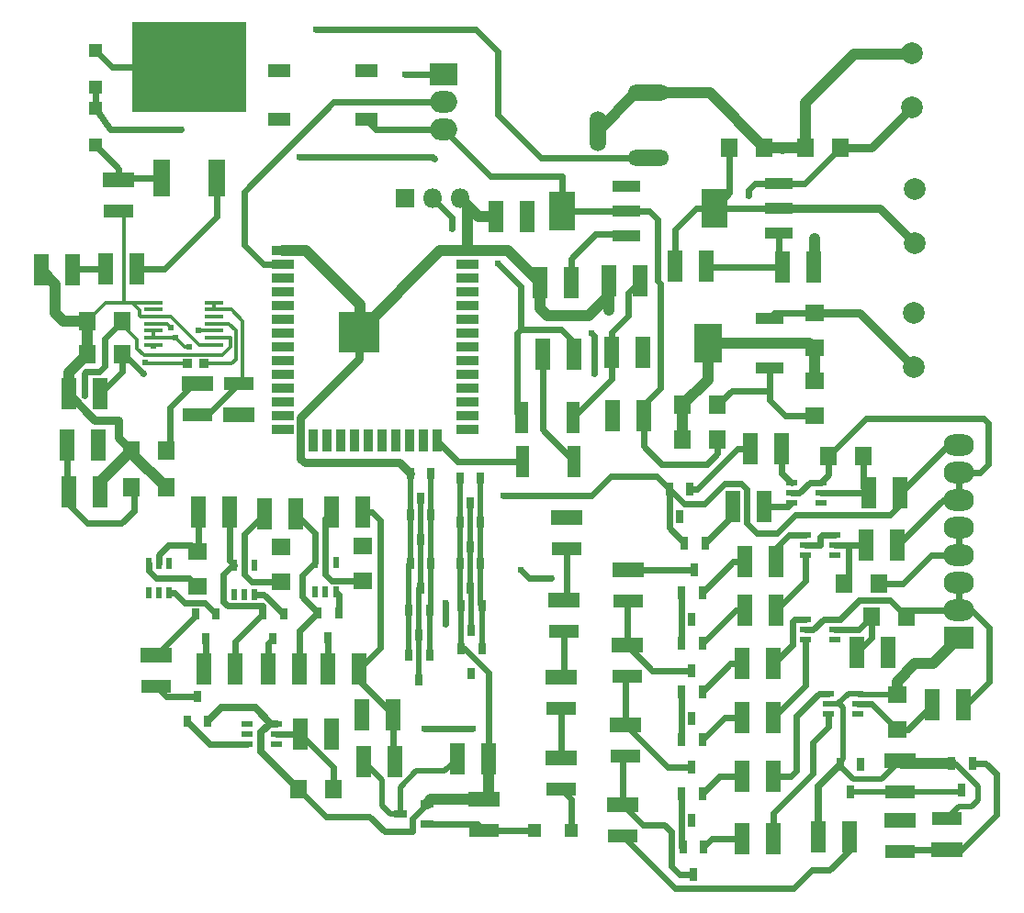
<source format=gtl>
G04 Layer: TopLayer*
G04 EasyEDA v6.5.50, 2025-05-11 21:30:58*
G04 57ce2a779753491496e961f97abc4982,bfcb7ea688f34dc99dffbe5811d057cf,10*
G04 Gerber Generator version 0.2*
G04 Scale: 100 percent, Rotated: No, Reflected: No *
G04 Dimensions in millimeters *
G04 leading zeros omitted , absolute positions ,4 integer and 5 decimal *
%FSLAX45Y45*%
%MOMM*%

%AMMACRO1*21,1,$1,$2,0,0,$3*%
%ADD10C,0.6000*%
%ADD11C,0.5000*%
%ADD12C,1.0000*%
%ADD13C,0.8000*%
%ADD14C,0.3000*%
%ADD15C,0.6500*%
%ADD16MACRO1,1.728X1.485X90.0000*%
%ADD17MACRO1,1.728X1.485X0.0000*%
%ADD18R,1.7280X1.4850*%
%ADD19MACRO1,1.728X1.485X-90.0000*%
%ADD20R,1.2500X3.0000*%
%ADD21R,1.3000X1.3000*%
%ADD22R,10.4900X8.3800*%
%ADD23R,1.5000X3.5040*%
%ADD24R,0.7000X1.2500*%
%ADD25R,1.2500X0.7000*%
%ADD26R,0.8000X1.0000*%
%ADD27MACRO1,2.808X1.2825X90.0000*%
%ADD28MACRO1,2.808X1.2825X-90.0000*%
%ADD29MACRO1,2.808X1.2825X0.0000*%
%ADD30R,2.8080X1.2825*%
%ADD31R,2.0000X1.2000*%
%ADD32R,2.0000X0.9000*%
%ADD33R,0.9000X2.0000*%
%ADD34R,3.7000X3.7000*%
%ADD35MACRO1,0.98X2.47X90.0000*%
%ADD36MACRO1,3.6X2.47X-90.0000*%
%ADD37MACRO1,3.6X2.34X-90.0000*%
%ADD38R,2.5000X1.1000*%
%ADD39R,1.1000X0.6000*%
%ADD40R,0.6000X1.1000*%
%ADD41R,1.7000X0.4000*%
%ADD42MACRO1,0.864X0.8065X-90.0000*%
%ADD43C,2.0000*%
%ADD44O,1.7999964X1.7999964*%
%ADD45R,1.8000X1.8000*%
%ADD46MACRO1,2.0015X2.4994X-90.0000*%
%ADD47O,2.4999949999999997X1.9999959999999999*%
%ADD48O,1.499997X3.6999926000000003*%
%ADD49O,3.7999924X1.499997*%
%ADD50R,2.8000X2.0000*%
%ADD51O,2.7999944X1.9999959999999999*%
%ADD52C,0.6150*%
%ADD53C,0.6200*%
%ADD54C,0.0132*%

%LPD*%
D10*
X2507988Y2908993D02*
G01*
X2407084Y3009900D01*
X2222500Y3009900D01*
X2128898Y3103501D01*
X2076201Y3103501D01*
X2336800Y3486657D02*
G01*
X2280158Y3543300D01*
X2070100Y3543300D01*
X1981200Y3454400D01*
X1981200Y3373498D01*
X2336800Y3486657D02*
G01*
X2345085Y3494935D01*
X2345085Y3848100D01*
X2395885Y2400300D02*
G01*
X2413000Y2417414D01*
X2413000Y2678998D01*
X3035300Y2678998D02*
G01*
X2992785Y2636484D01*
X2992785Y2400300D01*
X2863601Y3090801D02*
G01*
X2948482Y3090801D01*
X3130288Y2908993D01*
X2768600Y3360798D02*
G01*
X2768600Y3276600D01*
X2838958Y3206242D01*
X3111500Y3206242D01*
X2768600Y3360798D02*
G01*
X2768600Y3649322D01*
X2954685Y3835400D01*
X3612901Y3116201D02*
G01*
X3638288Y3090806D01*
X3638288Y2921693D01*
X3517900Y3386198D02*
G01*
X3517900Y3276600D01*
X3575558Y3218942D01*
X3860800Y3218942D01*
X3517900Y3386198D02*
G01*
X3517900Y3789022D01*
X3576985Y3848100D01*
X3538885Y2400300D02*
G01*
X3543300Y2404714D01*
X3543300Y2691698D01*
D11*
X3869085Y1549400D02*
G01*
X4038600Y1379877D01*
X4038600Y1143000D01*
X4114800Y1066800D01*
X4205734Y1066800D01*
X4959088Y2591493D02*
G01*
X4959088Y2985193D01*
X4851400Y3148898D02*
G01*
X4864100Y3136198D01*
X4864100Y2755198D01*
X4851400Y3529898D02*
G01*
X4851400Y3148898D01*
X4851400Y3936298D02*
G01*
X4851400Y3529898D01*
X4946388Y3378893D02*
G01*
X4946388Y3759893D01*
X4959088Y2985193D02*
G01*
X4946388Y2997893D01*
X4946388Y3378893D01*
X4476488Y2947093D02*
G01*
X4476488Y2527993D01*
X4489195Y3378962D02*
G01*
X4489195Y3244087D01*
X4489195Y2947162D01*
X4476495Y2947162D01*
X4489201Y4204388D02*
G01*
X4489201Y3823401D01*
X4394200Y3148898D02*
G01*
X4394200Y3593398D01*
X4381500Y2717037D02*
G01*
X4381500Y3148837D01*
X4394200Y3148837D01*
X4381500Y2297998D02*
G01*
X4381500Y2717098D01*
D12*
X4978400Y1198222D02*
G01*
X5020914Y1240736D01*
X5020914Y1574800D01*
D11*
X4732685Y1574800D02*
G01*
X4618385Y1460500D01*
X4356100Y1460500D01*
X4205734Y1310134D01*
X4205734Y1066800D01*
D10*
X5689600Y1290977D02*
G01*
X5783399Y1197180D01*
X5783399Y914400D01*
X5689600Y1579222D02*
G01*
X5689600Y2040277D01*
X5689600Y2328522D02*
G01*
X5715000Y2353922D01*
X5715000Y2751477D01*
X5715000Y3039722D02*
G01*
X5740400Y3065122D01*
X5740400Y3513477D01*
X6261100Y859177D02*
G01*
X6739285Y381000D01*
X7835900Y381000D01*
X8001000Y546100D01*
X8166100Y546100D01*
X8348314Y728322D01*
X8348314Y850900D01*
X6286500Y1595777D02*
G01*
X6261100Y1570377D01*
X6261100Y1147422D01*
X6299200Y2332377D02*
G01*
X6286500Y2319677D01*
X6286500Y1884022D01*
X6311900Y3030877D02*
G01*
X6299200Y3018177D01*
X6299200Y2620622D01*
X6261100Y1147422D02*
G01*
X6443314Y965200D01*
X6642100Y965200D01*
X6705600Y901700D01*
X6705600Y584200D01*
X6779765Y510034D01*
X6908800Y510034D01*
X6286500Y1884022D02*
G01*
X6669892Y1500634D01*
X6896100Y1500634D01*
X6299200Y2620622D02*
G01*
X6530192Y2389634D01*
X6896100Y2389634D01*
X6311900Y3319015D02*
G01*
X6921500Y3316734D01*
X8813800Y719477D02*
G01*
X8826500Y732177D01*
X9245600Y732177D01*
D11*
X9385300Y1284734D02*
G01*
X9366150Y1265577D01*
X8813800Y1265577D01*
X8356600Y1272034D02*
G01*
X8363049Y1265577D01*
X8813800Y1265577D01*
D12*
X8813800Y1553822D02*
G01*
X8832949Y1534665D01*
X9290298Y1534665D01*
X9359900Y2692400D02*
G01*
X9118600Y2451100D01*
X8953500Y2451100D01*
X8788400Y2286000D01*
X8788400Y2165857D01*
D10*
X9114185Y2070100D02*
G01*
X8891427Y1847342D01*
X8788400Y1847342D01*
X8428098Y2082800D02*
G01*
X8552941Y2082800D01*
X8788400Y1847342D01*
X8158101Y2177795D02*
G01*
X8070601Y2177795D01*
X7861300Y1968500D01*
X7861300Y1460500D01*
X7810500Y1409700D01*
X7649814Y1409700D01*
X7003801Y759965D02*
G01*
X7082022Y838200D01*
X7361585Y838200D01*
X6991101Y1255265D02*
G01*
X7145522Y1409700D01*
X7361585Y1409700D01*
X6991101Y1750565D02*
G01*
X7196322Y1955800D01*
X7361585Y1955800D01*
X6801098Y1750565D02*
G01*
X6801098Y2195065D01*
X6991101Y2195065D02*
G01*
X7247122Y2451100D01*
X7361585Y2451100D01*
X7649814Y1955800D02*
G01*
X7942201Y2248179D01*
X7942201Y2673604D01*
X7649814Y2451100D02*
G01*
X7823200Y2624477D01*
X7823200Y2844800D01*
X7842001Y2863595D01*
X7942201Y2863595D01*
X7942201Y2768600D02*
G01*
X8013700Y2768600D01*
X8108701Y2863595D01*
X8212198Y2863595D01*
X9359900Y3200400D02*
G01*
X9359900Y2946400D01*
X8871458Y2882900D02*
G01*
X8934958Y2946400D01*
X9359900Y2946400D01*
X8871458Y2882900D02*
G01*
X8719058Y3035300D01*
X8432800Y3035300D01*
X8261101Y2863595D01*
X8212198Y2863595D01*
X8415685Y2552700D02*
G01*
X8552941Y2689964D01*
X8552941Y2882900D01*
X8212198Y2768600D02*
G01*
X8438641Y2768600D01*
X8552941Y2882900D01*
X6991101Y2639565D02*
G01*
X7297922Y2946400D01*
X7386985Y2946400D01*
X6991101Y3109465D02*
G01*
X7272522Y3390900D01*
X7386985Y3390900D01*
X6801098Y2639565D02*
G01*
X6801098Y3109465D01*
X9359900Y3708400D02*
G01*
X9359900Y3454400D01*
X8617458Y3187700D02*
G01*
X8839200Y3187700D01*
X9105900Y3454400D01*
X9359900Y3454400D01*
X8792814Y3543300D02*
G01*
X9211914Y3962400D01*
X9359900Y3962400D01*
X8298941Y3187700D02*
G01*
X8342548Y3231306D01*
X8342548Y3543300D01*
X8504585Y3543300D02*
G01*
X8212198Y3543300D01*
X7675214Y2946400D02*
G01*
X7942201Y3213379D01*
X7942201Y3448304D01*
X7942201Y3638295D02*
G01*
X7791201Y3638295D01*
X7675214Y3522322D01*
X7675214Y3390900D01*
X8818214Y4025900D02*
G01*
X9262714Y4470400D01*
X9359900Y4470400D01*
X9359900Y3962400D02*
G01*
X9359900Y4216400D01*
X7016501Y3566665D02*
G01*
X7272685Y3822854D01*
X7272685Y3898900D01*
X7815201Y3930904D02*
G01*
X7783189Y3898900D01*
X7560914Y3898900D01*
X8085198Y4120895D02*
G01*
X8159241Y4194937D01*
X8159241Y4368800D01*
X8085198Y4025900D02*
G01*
X8529985Y4025900D01*
X8529985Y4025900D02*
G01*
X8477758Y4078119D01*
X8477758Y4368800D01*
X7815201Y4120895D02*
G01*
X7726014Y4210075D01*
X7726014Y4432300D01*
X1782315Y6096000D02*
G01*
X2032000Y6096000D01*
X2514600Y6578600D01*
X2514600Y6931657D01*
X1645157Y5613400D02*
G01*
X1485900Y5454142D01*
X1485900Y5194300D01*
X1435100Y5143500D01*
X1308100Y5143500D01*
X1295400Y5130800D01*
X1295400Y4927600D01*
X1439514Y4940300D02*
G01*
X1645157Y5145935D01*
X1645157Y5308600D01*
X1151285Y4038600D02*
G01*
X1138585Y4051300D01*
X1138585Y4470400D01*
X1733042Y4076700D02*
G01*
X1752600Y4057142D01*
X1752600Y3860800D01*
X1638300Y3746500D01*
X1320800Y3746500D01*
X1151285Y3916022D01*
X1151285Y4038600D01*
D12*
X2051558Y4076700D02*
G01*
X1733042Y4395215D01*
X1733042Y4419600D01*
X1733042Y4419600D02*
G01*
X1439514Y4126080D01*
X1439514Y4038600D01*
X1326642Y5308600D02*
G01*
X1151285Y5133235D01*
X1151285Y4940300D01*
X897285Y6083300D02*
G01*
X1028700Y5951877D01*
X1028700Y5689600D01*
X1104900Y5613400D01*
X1326642Y5613400D01*
D10*
X1185514Y6083300D02*
G01*
X1198214Y6096000D01*
X1494185Y6096000D01*
X2717800Y5033622D02*
G01*
X2429558Y4745377D01*
X2336800Y4745377D01*
X1841500Y5130800D02*
G01*
X1663700Y5308600D01*
X1645157Y5308600D01*
X1397000Y7574023D02*
G01*
X1536700Y7378700D01*
X2184400Y7378700D01*
X4521200Y7112000D02*
G01*
X4508500Y7124700D01*
X3276600Y7124700D01*
X6291386Y6629400D02*
G01*
X5697413Y6629400D01*
X1397000Y7574104D02*
G01*
X1397000Y7767495D01*
X1397000Y8107504D02*
G01*
X1551645Y7952854D01*
X2260625Y7952854D01*
X5321300Y5702300D02*
G01*
X5321300Y5537200D01*
X5105400Y6146800D02*
G01*
X5321300Y5930900D01*
X5321300Y5702300D01*
X4508500Y6743700D02*
G01*
X4686300Y6565900D01*
X4686300Y6464300D01*
X5325021Y4724400D02*
G01*
X5283200Y4766221D01*
X5283200Y5499100D01*
X5321300Y5537200D01*
X5689600Y5537200D01*
X5808314Y5418477D01*
X5808314Y5308600D01*
X4546600Y4509300D02*
G01*
X4737905Y4318000D01*
X5337721Y4318000D01*
X5812878Y4318000D02*
G01*
X5520085Y4610801D01*
X5520085Y5308600D01*
X5969000Y5499100D02*
G01*
X5994400Y5473700D01*
X5994400Y5130800D01*
D12*
X5494685Y5969000D02*
G01*
X5499100Y5964577D01*
X5499100Y5727700D01*
X5562600Y5664200D01*
X5943600Y5664200D01*
X6129685Y5850277D01*
X6129685Y5981700D01*
X5494685Y5969000D02*
G01*
X5203377Y6260299D01*
X4825105Y6260299D01*
X4762500Y6743700D02*
G01*
X4825105Y6681086D01*
X4825105Y6260299D01*
D10*
X4254500Y7886700D02*
G01*
X4610100Y7886700D01*
X3125094Y6133299D02*
G01*
X2947205Y6133299D01*
X2768600Y6311900D01*
X2768600Y6807200D01*
X3594100Y7632700D01*
X4610100Y7632700D01*
D12*
X4825105Y6260299D02*
G01*
X4575101Y6260299D01*
X3825118Y5510311D01*
X3125215Y6260337D02*
G01*
X3340856Y6260337D01*
X3835400Y5765800D01*
X3835400Y5510273D01*
X3825242Y5510273D01*
D10*
X3892499Y7471209D02*
G01*
X3985008Y7378700D01*
X4610100Y7378700D01*
D12*
X6134100Y5715000D02*
G01*
X6129685Y5719414D01*
X6129685Y5981700D01*
X6813041Y4838700D02*
G01*
X7044408Y5070066D01*
X7044408Y5410200D01*
D10*
X7131558Y4838700D02*
G01*
X7262850Y4969984D01*
X7611391Y4969984D01*
D12*
X6813041Y4521200D02*
G01*
X6813041Y4838700D01*
D10*
X6456014Y4737100D02*
G01*
X6451600Y4732677D01*
X6451600Y4457700D01*
X6616700Y4292600D01*
X7035800Y4292600D01*
X7131558Y4388357D01*
X7131558Y4521200D01*
X6291386Y6629400D02*
G01*
X6502400Y6629400D01*
X6578600Y6553200D01*
X6578600Y5981700D01*
X6604000Y5956300D01*
X6604000Y4991100D01*
X6456014Y4843122D01*
X6456014Y4737100D01*
X5800178Y4724400D02*
G01*
X6155085Y5079298D01*
X6155085Y5321300D01*
X6417914Y5981700D02*
G01*
X6311900Y5875677D01*
X6311900Y5664200D01*
X6155085Y5507377D01*
X6155085Y5321300D01*
X6291386Y6399405D02*
G01*
X6277297Y6413500D01*
X6007100Y6413500D01*
X5782914Y6189322D01*
X5782914Y5969000D01*
D12*
X7563358Y7213600D02*
G01*
X7060184Y7716776D01*
X6493631Y7716776D01*
X6028568Y7366762D02*
G01*
X6378575Y7716776D01*
X6493631Y7716776D01*
D10*
X7701023Y6884670D02*
G01*
X7481564Y6884670D01*
X7416800Y6819900D01*
X7416800Y6769100D01*
X8026400Y4742942D02*
G01*
X8020558Y4737100D01*
X7759700Y4737100D01*
X7611391Y4885413D01*
X7611391Y5180205D01*
D12*
X8026400Y5365242D02*
G01*
X7981441Y5410200D01*
X7611391Y5410200D01*
X7044408Y5410200D02*
G01*
X7611391Y5410200D01*
D10*
X7611391Y5640194D02*
G01*
X7654950Y5683757D01*
X8026400Y5683757D01*
X7701086Y6884794D02*
G01*
X7933060Y6884794D01*
X8261858Y7213600D01*
D12*
X7734300Y7200900D02*
G01*
X7747000Y7213600D01*
X7943341Y7213600D01*
X7563358Y7213600D02*
G01*
X7721600Y7213600D01*
X7734300Y7200900D01*
D10*
X7107113Y6654800D02*
G01*
X7244841Y6792534D01*
X7244841Y7213600D01*
X7107113Y6654800D02*
G01*
X7701086Y6654800D01*
X7729885Y6108700D02*
G01*
X7701086Y6137490D01*
X7701086Y6424805D01*
X7027514Y6121400D02*
G01*
X7040214Y6108700D01*
X7729885Y6108700D01*
X6739384Y6121400D02*
G01*
X6739384Y6459984D01*
X6934200Y6654800D01*
X7107176Y6654800D01*
X4610100Y7378700D02*
G01*
X5041900Y6946900D01*
X5697413Y6946900D01*
X5697413Y6629400D01*
D12*
X4762500Y6743700D02*
G01*
X4927600Y6578600D01*
X5088285Y6578600D01*
D10*
X1955800Y2531722D02*
G01*
X2317998Y2893926D01*
X2317998Y2909013D01*
X1955800Y2243477D02*
G01*
X2052266Y2147013D01*
X2336800Y2147013D01*
X2241798Y1916986D02*
G01*
X2450393Y1708404D01*
X2798701Y1708404D01*
X3284885Y1803400D02*
G01*
X3588258Y1500019D01*
X3588258Y1295400D01*
X3284885Y1803400D02*
G01*
X3068698Y1803400D01*
X4425950Y1854200D02*
G01*
X4870450Y1854200D01*
D12*
X8026400Y5061457D02*
G01*
X8026400Y5365242D01*
D10*
X6876795Y4061968D02*
G01*
X6944868Y4061968D01*
X7315200Y4432300D01*
X7437881Y4432300D01*
X6686804Y4061968D02*
G01*
X6570472Y4178300D01*
X6146800Y4178300D01*
X5969000Y4000500D01*
X5156200Y4000500D01*
X6686804Y4061968D02*
G01*
X6686804Y3706360D01*
X6826498Y3566665D01*
X6686804Y4061968D02*
G01*
X6824472Y3924300D01*
X7010400Y3924300D01*
X7200900Y4114800D01*
X7353300Y4114800D01*
X7404100Y4064000D01*
X7404100Y3746500D01*
X7404100Y3746500D02*
G01*
X7493000Y3657600D01*
X7683500Y3657600D01*
X7848600Y3822700D01*
X8724900Y3822700D01*
X8818115Y3915915D01*
X8818115Y4025900D01*
X4157314Y1549400D02*
G01*
X4144614Y1562100D01*
X4144614Y1981200D01*
X4144614Y1981200D02*
G01*
X3827114Y2298700D01*
X3827114Y2400300D01*
X3827114Y2400300D02*
G01*
X4025900Y2599077D01*
X4025900Y3771900D01*
X3949700Y3848100D01*
X3865214Y3848100D01*
X9359900Y2946400D02*
G01*
X9474200Y2946400D01*
X9639300Y2781300D01*
X9639300Y2286000D01*
X9423400Y2070100D01*
X9402414Y2070100D01*
X6801098Y1255265D02*
G01*
X6801098Y759965D01*
X6813798Y759965D01*
X2336800Y3168142D02*
G01*
X2266441Y3238500D01*
X1955800Y3238500D01*
X1886198Y3308095D01*
X1886198Y3373498D01*
X4622800Y3009900D02*
G01*
X4622800Y2819400D01*
X2940304Y2909062D02*
G01*
X2940304Y2984500D01*
X2616200Y2984500D01*
X2578100Y3022600D01*
X2578100Y3276600D01*
X2667000Y3365500D01*
X2673604Y3360673D01*
X2940298Y2908993D02*
G01*
X2684114Y2652819D01*
X2684114Y2400300D01*
X2667000Y3365500D02*
G01*
X2633314Y3399185D01*
X2633314Y3848100D01*
X7815201Y4025900D02*
G01*
X7886700Y4025900D01*
X7981701Y4120895D01*
X8085198Y4120895D01*
X3448298Y2921762D02*
G01*
X3302000Y3068065D01*
X3302000Y3263900D01*
X3422898Y3386076D01*
X5321300Y3314700D02*
G01*
X5397500Y3238500D01*
X5600700Y3238500D01*
X3242914Y3835400D02*
G01*
X3422898Y3655418D01*
X3422898Y3386198D01*
X3448298Y2921693D02*
G01*
X3281014Y2754419D01*
X3281014Y2400300D01*
X5443400Y914400D02*
G01*
X5438973Y909977D01*
X4978400Y909977D01*
X4978400Y909977D02*
G01*
X4916573Y971804D01*
X4455665Y971804D01*
X2051558Y4419600D02*
G01*
X2082800Y4450842D01*
X2082800Y4813300D01*
X2303114Y5033622D01*
X2336800Y5033622D01*
D12*
X1326642Y5613400D02*
G01*
X1326642Y5308600D01*
X7943341Y7213600D02*
G01*
X7943341Y7625842D01*
X8394700Y8077200D01*
X8918956Y8077200D01*
X8928100Y8086344D01*
D13*
X8261858Y7213600D02*
G01*
X8556243Y7213600D01*
X8928100Y7585455D01*
D12*
X8026400Y6375400D02*
G01*
X8026400Y6108700D01*
X8018015Y6108700D01*
D13*
X7701102Y6654800D02*
G01*
X8626856Y6654800D01*
X8953500Y6328155D01*
X8026400Y5683757D02*
G01*
X8442197Y5683757D01*
X8940800Y5185155D01*
D10*
X8159241Y4368800D02*
G01*
X8502141Y4711700D01*
X9588500Y4711700D01*
X9626600Y4673600D01*
X9626600Y4292600D01*
X9550400Y4216400D01*
X9359900Y4216400D01*
D14*
X1854200Y5232400D02*
G01*
X1866900Y5219700D01*
X2248768Y5219700D01*
X1622805Y5600700D02*
G01*
X1780794Y5442457D01*
X1780794Y5359400D01*
X1844294Y5295900D01*
X2565400Y5295900D01*
X2641600Y5372100D01*
X2641600Y5461000D01*
X2476500Y5461000D01*
X2133600Y5461000D02*
G01*
X2222500Y5372100D01*
X2263520Y5372100D01*
X2133600Y5461000D02*
G01*
X2130597Y5458005D01*
X1929792Y5458005D01*
X1929792Y5522998D02*
G01*
X1929792Y5458005D01*
X2717800Y5033515D02*
G01*
X2755900Y5071615D01*
X2755900Y5613400D01*
X2651249Y5718050D01*
X2489708Y5718050D01*
X2489807Y5588000D02*
G01*
X2628900Y5588000D01*
X2692400Y5524500D01*
X2692400Y5257800D01*
X2654300Y5219700D01*
X2399431Y5219700D01*
X2095500Y5549900D02*
G01*
X2057400Y5588000D01*
X1929792Y5588000D01*
D10*
X7649718Y838200D02*
G01*
X7649718Y1071118D01*
X8013700Y1435100D01*
X8013700Y1727200D01*
X8158225Y1871726D01*
X8158225Y1987804D01*
X9480295Y1534668D02*
G01*
X9603231Y1534668D01*
X9702800Y1435100D01*
X9702800Y1054100D01*
X9380981Y732281D01*
X9245600Y732281D01*
D14*
X2489807Y5782995D02*
G01*
X2489807Y5717994D01*
X2349500Y5524500D02*
G01*
X2489708Y5522973D01*
D10*
X8077200Y3543300D02*
G01*
X7942201Y3543300D01*
D11*
X4489188Y3823393D02*
G01*
X4489188Y3378893D01*
X4394200Y3593398D02*
G01*
X4394200Y3974386D01*
X4946388Y4166293D02*
G01*
X4946388Y3759893D01*
D10*
X6493507Y7116823D02*
G01*
X5506976Y7116823D01*
X5105400Y7518400D01*
X5105400Y8102600D01*
X4902200Y8305800D01*
X3429000Y8305800D01*
X1612900Y6913222D02*
G01*
X1631231Y6931545D01*
X2006600Y6931545D01*
X1397000Y7234095D02*
G01*
X1612900Y7018195D01*
X1612900Y6913222D01*
X8212074Y3638295D02*
G01*
X8095995Y3638295D01*
X8077200Y3619500D01*
X8077200Y3543300D01*
D14*
X2489708Y5392930D02*
G01*
X2354077Y5392930D01*
X2093973Y5653026D01*
X1929892Y5653026D01*
X1929792Y5782995D02*
G01*
X1925289Y5778500D01*
X1716272Y5778500D01*
X1326642Y5613400D02*
G01*
X1491742Y5778500D01*
X1739900Y5778500D01*
X1803400Y5715000D01*
X1803400Y5664200D01*
X1814598Y5653001D01*
X1929792Y5653001D01*
X1612900Y6624977D02*
G01*
X1657052Y6580825D01*
X1657052Y5778500D01*
D13*
X1733042Y4419600D02*
G01*
X1612900Y4539742D01*
X1612900Y4699000D01*
X1392684Y4699000D01*
X1151384Y4940300D01*
D11*
X4769098Y2985193D02*
G01*
X4769098Y2591493D01*
X4769098Y2985193D02*
G01*
X4756398Y2997893D01*
X4756398Y3378893D01*
X4756398Y3378893D02*
G01*
X4756398Y3759893D01*
X4756398Y4166293D02*
G01*
X4756398Y3759893D01*
X4299198Y3378893D02*
G01*
X4286498Y3366193D01*
X4286498Y2947093D01*
X4286498Y2947093D02*
G01*
X4286498Y2527993D01*
X4299198Y3823393D02*
G01*
X4299198Y3378893D01*
X4299198Y4204388D02*
G01*
X4299198Y3823401D01*
X8158101Y2082800D02*
G01*
X8242300Y2082800D01*
X8337301Y2177795D01*
X8428098Y2177795D01*
X8158225Y2082800D02*
G01*
X8255000Y2082800D01*
X8293100Y2044700D01*
X8293100Y1574800D01*
X8261604Y1543304D01*
X8261604Y1521968D01*
X8428098Y2177795D02*
G01*
X8440044Y2165857D01*
X8788400Y2165857D01*
X8813800Y1553822D02*
G01*
X8644285Y1384300D01*
X8382000Y1384300D01*
X8261598Y1504695D01*
X8261598Y1521965D01*
D15*
X8261598Y1521965D02*
G01*
X8060085Y1320446D01*
X8060085Y850900D01*
D11*
X9245600Y1020315D02*
G01*
X9355584Y1130300D01*
X9474200Y1130300D01*
X9537700Y1193800D01*
X9537700Y1320800D01*
X9323834Y1534665D01*
X9290298Y1534665D01*
D15*
X2431801Y1916986D02*
G01*
X2559509Y2044700D01*
X2870200Y2044700D01*
X3016498Y1898395D01*
X3068698Y1898395D01*
D13*
X4299198Y4204393D02*
G01*
X4198292Y4305300D01*
X3327400Y4305300D01*
X3289300Y4343400D01*
X3289300Y4724400D01*
X3825118Y5260212D01*
X3825118Y5510311D01*
D10*
X4769104Y2591562D02*
G01*
X4799838Y2591562D01*
X4949190Y2442210D01*
X5020818Y2370581D01*
X5020818Y1574800D01*
D15*
X3068698Y1898395D02*
G01*
X3003301Y1898395D01*
X2921000Y1816100D01*
X2921000Y1644142D01*
X3269741Y1295400D01*
D12*
X4455665Y1161795D02*
G01*
X4492091Y1198222D01*
X4978400Y1198222D01*
D10*
X4455668Y1161795D02*
G01*
X4318000Y1024128D01*
X4318000Y901700D01*
X4064000Y901700D01*
X3924300Y1041400D01*
X3523741Y1041400D01*
X3269741Y1295400D01*
D16*
G01*
X7131550Y4521200D03*
G01*
X6813049Y4521200D03*
G01*
X7131550Y4838700D03*
G01*
X6813049Y4838700D03*
D17*
G01*
X8026400Y4742949D03*
D18*
G01*
X8026400Y5061457D03*
D17*
G01*
X8026400Y5365249D03*
D18*
G01*
X8026400Y5683757D03*
D16*
G01*
X8261850Y7213600D03*
G01*
X7943349Y7213600D03*
D19*
G01*
X7244849Y7213600D03*
G01*
X7563350Y7213600D03*
G01*
X8159249Y4368800D03*
G01*
X8477750Y4368800D03*
D16*
G01*
X8617450Y3187700D03*
G01*
X8298949Y3187700D03*
G01*
X8871450Y2882900D03*
G01*
X8552949Y2882900D03*
D17*
G01*
X8788400Y2165850D03*
D18*
G01*
X8788400Y1847342D03*
D16*
G01*
X3588250Y1295400D03*
G01*
X3269749Y1295400D03*
D17*
G01*
X2336800Y3486650D03*
D18*
G01*
X2336800Y3168142D03*
D17*
G01*
X3111500Y3206249D03*
D18*
G01*
X3111500Y3524757D03*
D17*
G01*
X3860800Y3218949D03*
D18*
G01*
X3860800Y3537457D03*
D16*
G01*
X2051550Y4419600D03*
G01*
X1733049Y4419600D03*
G01*
X1645150Y5613400D03*
G01*
X1326649Y5613400D03*
G01*
X1645150Y5308600D03*
G01*
X1326649Y5308600D03*
G01*
X2051550Y4076700D03*
G01*
X1733049Y4076700D03*
D20*
G01*
X5800166Y4724400D03*
G01*
X5325008Y4724400D03*
G01*
X5337733Y4318000D03*
G01*
X5812891Y4318000D03*
D21*
G01*
X1397000Y7234097D03*
G01*
X1397000Y7574102D03*
G01*
X5783402Y914400D03*
G01*
X5443397Y914400D03*
G01*
X1397000Y8107502D03*
G01*
X1397000Y7767497D03*
D22*
G01*
X2260625Y7952867D03*
D23*
G01*
X2514600Y6931558D03*
G01*
X2006600Y6931558D03*
D24*
G01*
X6991095Y1750568D03*
G01*
X6801104Y1750568D03*
G01*
X6896100Y1500631D03*
G01*
X6991095Y2639568D03*
G01*
X6801104Y2639568D03*
G01*
X6896100Y2389631D03*
G01*
X7016495Y3566668D03*
G01*
X6826504Y3566668D03*
G01*
X6921500Y3316731D03*
G01*
X7003795Y759968D03*
G01*
X6813804Y759968D03*
G01*
X6908800Y510031D03*
G01*
X6876795Y4061968D03*
G01*
X6686804Y4061968D03*
G01*
X6781800Y3812031D03*
G01*
X6991095Y3109468D03*
G01*
X6801104Y3109468D03*
G01*
X6896100Y2859531D03*
G01*
X6991095Y2195068D03*
G01*
X6801104Y2195068D03*
G01*
X6896100Y1945131D03*
G01*
X6991095Y1255268D03*
G01*
X6801104Y1255268D03*
G01*
X6896100Y1005331D03*
G01*
X8356600Y1272031D03*
G01*
X8261604Y1521968D03*
G01*
X8451595Y1521968D03*
G01*
X9385300Y1284731D03*
G01*
X9290304Y1534668D03*
G01*
X9480295Y1534668D03*
D25*
G01*
X4205731Y1066800D03*
G01*
X4455668Y1161795D03*
G01*
X4455668Y971804D03*
D26*
G01*
X2431795Y1916988D03*
G01*
X2336800Y2147011D03*
G01*
X2241804Y1916988D03*
G01*
X2318004Y2909011D03*
G01*
X2413000Y2678988D03*
G01*
X2507995Y2908985D03*
G01*
X2940304Y2909011D03*
G01*
X3035300Y2678988D03*
G01*
X3130295Y2908985D03*
G01*
X3448304Y2921711D03*
G01*
X3543300Y2691688D03*
G01*
X3638295Y2921685D03*
G01*
X4299204Y4204411D03*
G01*
X4394200Y3974388D03*
G01*
X4489195Y4204385D03*
G01*
X4299204Y3823411D03*
G01*
X4394200Y3593388D03*
G01*
X4489195Y3823385D03*
G01*
X4299204Y3378911D03*
G01*
X4394200Y3148888D03*
G01*
X4489195Y3378885D03*
G01*
X4286504Y2947111D03*
G01*
X4381500Y2717088D03*
G01*
X4476495Y2947085D03*
G01*
X4286504Y2528011D03*
G01*
X4381500Y2297988D03*
G01*
X4476495Y2527985D03*
G01*
X4756404Y4166311D03*
G01*
X4851400Y3936288D03*
G01*
X4946395Y4166285D03*
G01*
X4756404Y3759911D03*
G01*
X4851400Y3529888D03*
G01*
X4946395Y3759885D03*
G01*
X4756404Y3378911D03*
G01*
X4851400Y3148888D03*
G01*
X4946395Y3378885D03*
G01*
X4769104Y2985211D03*
G01*
X4864100Y2755188D03*
G01*
X4959095Y2985185D03*
G01*
X4769104Y2591511D03*
G01*
X4864100Y2361488D03*
G01*
X4959095Y2591485D03*
D27*
G01*
X6456025Y4737100D03*
G01*
X6167774Y4737100D03*
G01*
X5782925Y5969000D03*
G01*
X5494674Y5969000D03*
G01*
X6443325Y5321300D03*
G01*
X6155074Y5321300D03*
G01*
X5376525Y6578600D03*
G01*
X5088274Y6578600D03*
G01*
X5808325Y5308600D03*
G01*
X5520074Y5308600D03*
G01*
X6417925Y5981700D03*
G01*
X6129674Y5981700D03*
D28*
G01*
X7729874Y6108700D03*
G01*
X8018125Y6108700D03*
G01*
X6739274Y6121400D03*
G01*
X7027525Y6121400D03*
D27*
G01*
X8818225Y4025900D03*
G01*
X8529974Y4025900D03*
G01*
X8792825Y3543300D03*
G01*
X8504574Y3543300D03*
G01*
X8703925Y2552700D03*
G01*
X8415674Y2552700D03*
G01*
X9402425Y2070100D03*
G01*
X9114174Y2070100D03*
G01*
X7560925Y3898900D03*
G01*
X7272674Y3898900D03*
G01*
X7675225Y2946400D03*
G01*
X7386974Y2946400D03*
G01*
X7649825Y1955800D03*
G01*
X7361574Y1955800D03*
G01*
X7649825Y838200D03*
G01*
X7361574Y838200D03*
G01*
X7649825Y1409700D03*
G01*
X7361574Y1409700D03*
G01*
X7649825Y2451100D03*
G01*
X7361574Y2451100D03*
G01*
X7675225Y3390900D03*
G01*
X7386974Y3390900D03*
G01*
X7726025Y4432300D03*
G01*
X7437774Y4432300D03*
D29*
G01*
X5740400Y3801725D03*
D30*
G01*
X5740400Y3513480D03*
D29*
G01*
X6311900Y3319125D03*
D30*
G01*
X6311900Y3030880D03*
D29*
G01*
X5715000Y3039725D03*
D30*
G01*
X5715000Y2751480D03*
D29*
G01*
X6299200Y2620625D03*
D30*
G01*
X6299200Y2332380D03*
D29*
G01*
X5689600Y2328525D03*
D30*
G01*
X5689600Y2040280D03*
D29*
G01*
X6286500Y1884025D03*
D30*
G01*
X6286500Y1595780D03*
D29*
G01*
X5689600Y1579225D03*
D30*
G01*
X5689600Y1290980D03*
D29*
G01*
X6261100Y1147425D03*
D30*
G01*
X6261100Y859180D03*
D27*
G01*
X8348325Y850900D03*
G01*
X8060074Y850900D03*
D29*
G01*
X8813800Y1553825D03*
D30*
G01*
X8813800Y1265580D03*
D29*
G01*
X9245600Y732174D03*
D30*
G01*
X9245600Y1020419D03*
D29*
G01*
X8813800Y1007725D03*
D30*
G01*
X8813800Y719480D03*
D27*
G01*
X3865225Y3848100D03*
G01*
X3576974Y3848100D03*
G01*
X3242925Y3835400D03*
G01*
X2954674Y3835400D03*
G01*
X2633325Y3848100D03*
G01*
X2345074Y3848100D03*
G01*
X3573125Y1803400D03*
G01*
X3284874Y1803400D03*
G01*
X3827125Y2400300D03*
G01*
X3538874Y2400300D03*
G01*
X3281025Y2400300D03*
G01*
X2992774Y2400300D03*
G01*
X2684125Y2400300D03*
G01*
X2395874Y2400300D03*
D29*
G01*
X1955800Y2531725D03*
D30*
G01*
X1955800Y2243480D03*
D29*
G01*
X4978400Y1198225D03*
D30*
G01*
X4978400Y909980D03*
D27*
G01*
X5020925Y1574800D03*
G01*
X4732674Y1574800D03*
G01*
X4157325Y1549400D03*
G01*
X3869074Y1549400D03*
G01*
X4144625Y1981200D03*
G01*
X3856374Y1981200D03*
D29*
G01*
X2717800Y4745374D03*
D30*
G01*
X2717800Y5033619D03*
D29*
G01*
X2336800Y5033625D03*
D30*
G01*
X2336800Y4745380D03*
D27*
G01*
X1782425Y6096000D03*
G01*
X1494174Y6096000D03*
G01*
X1185525Y6083300D03*
G01*
X897274Y6083300D03*
G01*
X1426825Y4470400D03*
G01*
X1138574Y4470400D03*
G01*
X1439525Y4940300D03*
G01*
X1151274Y4940300D03*
G01*
X1439525Y4038600D03*
G01*
X1151274Y4038600D03*
D29*
G01*
X1612900Y6913225D03*
D30*
G01*
X1612900Y6624980D03*
D31*
G01*
X3892499Y7921193D03*
G01*
X3892499Y7471206D03*
G01*
X3092500Y7471206D03*
G01*
X3092500Y7921193D03*
D32*
G01*
X4825111Y6260312D03*
G01*
X4825111Y6133312D03*
G01*
X4825111Y6006312D03*
G01*
X4825111Y5879312D03*
G01*
X4825111Y5752312D03*
G01*
X4825111Y5625312D03*
G01*
X4825111Y5498312D03*
G01*
X4825111Y5371312D03*
G01*
X4825111Y5244312D03*
G01*
X4825111Y5117312D03*
G01*
X4825111Y4990312D03*
G01*
X4825111Y4863312D03*
G01*
X4825111Y4736312D03*
G01*
X4825111Y4609312D03*
D33*
G01*
X4546600Y4509287D03*
G01*
X4419600Y4509287D03*
G01*
X4292600Y4509287D03*
G01*
X4165600Y4509287D03*
G01*
X4038600Y4509287D03*
G01*
X3911600Y4509287D03*
G01*
X3784600Y4509287D03*
G01*
X3657600Y4509287D03*
G01*
X3530600Y4509287D03*
G01*
X3403600Y4509287D03*
D32*
G01*
X3125088Y4609312D03*
G01*
X3125088Y4736312D03*
G01*
X3125088Y4863312D03*
G01*
X3125088Y4990312D03*
G01*
X3125088Y5117312D03*
G01*
X3125088Y5244312D03*
G01*
X3125088Y5371312D03*
G01*
X3125088Y5498312D03*
G01*
X3125088Y5625312D03*
G01*
X3125088Y5752312D03*
G01*
X3125088Y5879312D03*
G01*
X3125088Y6006312D03*
G01*
X3125088Y6133312D03*
G01*
X3125088Y6260312D03*
D34*
G01*
X3825113Y5510301D03*
D35*
G01*
X7611399Y5180199D03*
G01*
X7611399Y5410200D03*
G01*
X7611399Y5640200D03*
D36*
G01*
X7044400Y5410200D03*
D37*
G01*
X7107105Y6654800D03*
D38*
G01*
X7701102Y6884796D03*
G01*
X7701102Y6654800D03*
G01*
X7701102Y6424803D03*
D37*
G01*
X5697405Y6629400D03*
D38*
G01*
X6291402Y6859396D03*
G01*
X6291402Y6629400D03*
G01*
X6291402Y6399403D03*
D39*
G01*
X8158099Y1987804D03*
G01*
X8158099Y2082800D03*
G01*
X8158099Y2177795D03*
G01*
X8428100Y2177795D03*
G01*
X8428100Y2082800D03*
G01*
X8428100Y1987804D03*
G01*
X7942199Y2673604D03*
G01*
X7942199Y2768600D03*
G01*
X7942199Y2863595D03*
G01*
X8212200Y2863595D03*
G01*
X8212200Y2768600D03*
G01*
X8212200Y2673604D03*
G01*
X7942199Y3448304D03*
G01*
X7942199Y3543300D03*
G01*
X7942199Y3638295D03*
G01*
X8212200Y3638295D03*
G01*
X8212200Y3543300D03*
G01*
X8212200Y3448304D03*
G01*
X7815199Y3930904D03*
G01*
X7815199Y4025900D03*
G01*
X7815199Y4120895D03*
G01*
X8085200Y4120895D03*
G01*
X8085200Y4025900D03*
G01*
X8085200Y3930904D03*
D40*
G01*
X3422904Y3386201D03*
G01*
X3517900Y3386201D03*
G01*
X3612895Y3386201D03*
G01*
X3612895Y3116198D03*
G01*
X3517900Y3116198D03*
G01*
X3422904Y3116198D03*
G01*
X2673604Y3360801D03*
G01*
X2768600Y3360801D03*
G01*
X2863595Y3360801D03*
G01*
X2863595Y3090798D03*
G01*
X2768600Y3090798D03*
G01*
X2673604Y3090798D03*
G01*
X1886204Y3373501D03*
G01*
X1981200Y3373501D03*
G01*
X2076195Y3373501D03*
G01*
X2076195Y3103498D03*
G01*
X1981200Y3103498D03*
G01*
X1886204Y3103498D03*
D39*
G01*
X3068700Y1898395D03*
G01*
X3068700Y1803400D03*
G01*
X3068700Y1708404D03*
G01*
X2798699Y1708404D03*
G01*
X2798699Y1803400D03*
G01*
X2798699Y1898395D03*
D41*
G01*
X1929790Y5782995D03*
G01*
X1929790Y5717997D03*
G01*
X1929790Y5652998D03*
G01*
X1929790Y5588000D03*
G01*
X1929790Y5523001D03*
G01*
X1929790Y5458002D03*
G01*
X1929790Y5393004D03*
G01*
X2489809Y5393004D03*
G01*
X2489809Y5458002D03*
G01*
X2489809Y5523001D03*
G01*
X2489809Y5588000D03*
G01*
X2489809Y5652998D03*
G01*
X2489809Y5717997D03*
G01*
X2489809Y5782995D03*
D42*
G01*
X2248775Y5219700D03*
G01*
X2399424Y5219700D03*
D43*
G01*
X8940800Y5185155D03*
G01*
X8940800Y5686044D03*
G01*
X8953500Y6328155D03*
G01*
X8953500Y6829044D03*
G01*
X8928100Y7585455D03*
G01*
X8928100Y8086344D03*
D44*
G01*
X4762500Y6743700D03*
G01*
X4508500Y6743700D03*
D45*
G01*
X4254500Y6743700D03*
D46*
G01*
X4610100Y7886700D03*
D47*
G01*
X4610100Y7378700D03*
G01*
X4610100Y7632700D03*
D48*
G01*
X6028563Y7366762D03*
D49*
G01*
X6493636Y7716773D03*
G01*
X6493636Y7116826D03*
D50*
G01*
X9359900Y2692400D03*
D51*
G01*
X9359900Y2946400D03*
G01*
X9359900Y3200400D03*
G01*
X9359900Y3454400D03*
G01*
X9359900Y3708400D03*
G01*
X9359900Y3962400D03*
G01*
X9359900Y4216400D03*
G01*
X9359900Y4470400D03*
D52*
G01*
X8026400Y6375400D03*
G01*
X7734300Y7200900D03*
G01*
X7416800Y6769100D03*
G01*
X6134100Y5715000D03*
G01*
X7611389Y5180203D03*
G01*
X7044410Y5410200D03*
G01*
X4254500Y7886700D03*
G01*
X3092500Y7921193D03*
G01*
X6443319Y5321300D03*
G01*
X6167780Y4737100D03*
G01*
X5994400Y5130800D03*
G01*
X5969000Y5499100D03*
G01*
X5782919Y5969000D03*
G01*
X4686300Y6464300D03*
G01*
X5105400Y6146800D03*
G01*
X3125215Y6260337D03*
G01*
X1612900Y6624980D03*
G01*
X6291402Y6859396D03*
G01*
X3429000Y8305800D03*
G01*
X2006600Y6931533D03*
G01*
X4521200Y7112000D03*
G01*
X3276600Y7124700D03*
G01*
X2184400Y7378700D03*
G01*
X2349500Y5524500D03*
G01*
X1841500Y5130800D03*
G01*
X2133600Y5461000D03*
G01*
X3125088Y6133287D03*
G01*
X2336800Y5033619D03*
G01*
X2730500Y4749800D03*
G01*
X2717800Y5033619D03*
G01*
X4825111Y5625287D03*
G01*
X1854200Y5232400D03*
G01*
X1295400Y4927600D03*
G01*
X1494180Y6096000D03*
G01*
X2095500Y5549900D03*
G01*
X2263520Y5372100D03*
G01*
X8026400Y6108700D03*
G01*
X8026400Y5061457D03*
G01*
X6801104Y3109468D03*
G01*
X7815199Y4025900D03*
G01*
X8617458Y3187700D03*
G01*
X8703919Y2552700D03*
G01*
X8451595Y1521968D03*
G01*
X8348319Y850900D03*
G01*
X7942199Y3543300D03*
G01*
X7942199Y2768600D03*
G01*
X6801104Y2195068D03*
G01*
X6801104Y1255268D03*
G01*
X5740400Y3801719D03*
G01*
X6781800Y3810000D03*
G01*
X6896100Y1005331D03*
G01*
X5689600Y1579219D03*
G01*
X6896100Y1005331D03*
G01*
X6896100Y1945131D03*
G01*
X5689600Y2328519D03*
G01*
X5715000Y3039719D03*
G01*
X6896100Y2859531D03*
G01*
X4864100Y2755188D03*
G01*
X4864100Y2361488D03*
G01*
X4732680Y1574800D03*
G01*
X4959095Y2591485D03*
G01*
X4299204Y3378885D03*
G01*
X4756404Y3378885D03*
G01*
X4394200Y3148888D03*
G01*
X4851400Y3148888D03*
G01*
X8813800Y1007719D03*
G01*
X8363051Y1265580D03*
G01*
X4476495Y2527985D03*
G01*
X6826504Y3566668D03*
G01*
X3856380Y1981200D03*
G01*
X3422904Y3386073D03*
G01*
X3860800Y3537457D03*
G01*
X5321300Y3314700D03*
G01*
X5600700Y3238500D03*
G01*
X3865219Y3848100D03*
G01*
X1782318Y6096000D03*
G01*
X3111500Y3524757D03*
G01*
X4622800Y3009900D03*
G01*
X4622800Y2819400D03*
G01*
X5376519Y6578600D03*
G01*
X2667000Y3365500D03*
G01*
X2336800Y3168142D03*
G01*
X2318004Y2893923D03*
G01*
X3573119Y1803400D03*
G01*
X4432300Y1854200D03*
G01*
X4876800Y1854200D03*
G01*
X1930400Y5384800D03*
G01*
X5156200Y4000500D03*
G01*
X1426819Y4470400D03*
D53*
G01*
X8026400Y5365242D03*
G01*
X8212200Y3638295D03*
M02*

</source>
